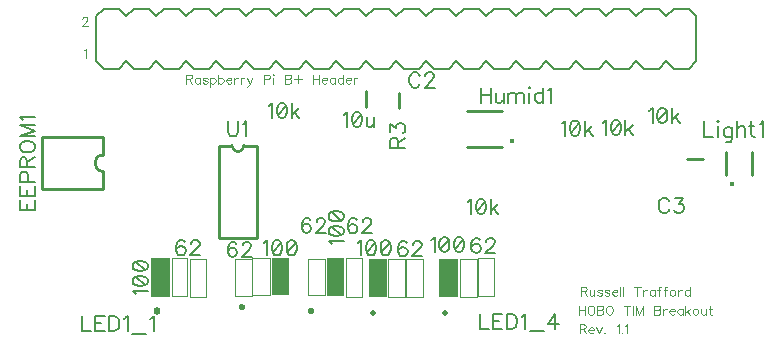
<source format=gto>
G04 DipTrace 3.0.0.2*
G04 hobo.gto*
%MOIN*%
G04 #@! TF.FileFunction,Legend,Top*
G04 #@! TF.Part,Single*
%ADD10C,0.009843*%
%ADD18O,0.023604X0.025751*%
%ADD19O,0.021458X0.020385*%
%ADD20O,0.023604X0.020386*%
%ADD21O,0.01824X0.019312*%
%ADD22O,0.018239X0.019312*%
%ADD23C,0.001312*%
%ADD27C,0.015422*%
%ADD30C,0.006*%
%ADD35C,0.015417*%
%ADD72C,0.00772*%
%ADD73C,0.004632*%
%FSLAX26Y26*%
G04*
G70*
G90*
G75*
G01*
G04 TopSilk*
%LPD*%
X1683622Y1205617D2*
D10*
Y1256759D1*
X2643501Y1036348D2*
X2694643D1*
X1572560Y1263022D2*
Y1211881D1*
X696062Y1109630D2*
X491340D1*
X696062Y936433D2*
X491340D1*
Y1109630D2*
Y936433D1*
X696062Y1109630D2*
Y1050602D1*
Y995461D2*
Y936433D1*
Y1050602D2*
G03X696062Y995461I15J-27571D01*
G01*
D27*
X2057125Y1096658D3*
X2026886Y1196408D2*
D10*
X1908802D1*
X2026886Y1078298D2*
X1908802D1*
X698228Y1537008D2*
D30*
X748228D1*
X773228Y1512008D1*
X798228Y1537008D1*
X848228D1*
X873228Y1512008D1*
X698228Y1537008D2*
X673228Y1512008D1*
X873228D2*
X898228Y1537008D1*
X948228D1*
X973228Y1512008D1*
X998228Y1537008D2*
X1048228D1*
X1073228Y1512008D1*
X1098228Y1537008D1*
X1148228D1*
X1173228Y1512008D1*
X998228Y1537008D2*
X973228Y1512008D1*
X1173228D2*
X1198228Y1537008D1*
X1248228D1*
X1273228Y1512008D1*
X773228Y1362008D2*
X748228Y1337008D1*
X873228Y1362008D2*
X848228Y1337008D1*
X798228D1*
X773228Y1362008D1*
X673228Y1512008D2*
Y1362008D1*
X698228Y1337008D1*
X748228D2*
X698228D1*
X973228Y1362008D2*
X948228Y1337008D1*
X898228D1*
X873228Y1362008D1*
X1073228D2*
X1048228Y1337008D1*
X1173228Y1362008D2*
X1148228Y1337008D1*
X1098228D1*
X1073228Y1362008D1*
X973228D2*
X998228Y1337008D1*
X1048228D2*
X998228D1*
X1273228Y1362008D2*
X1248228Y1337008D1*
X1198228D1*
X1173228Y1362008D1*
X1348228Y1537008D2*
X1373228Y1512008D1*
X1298228Y1537008D2*
X1348228D1*
X1273228Y1512008D2*
X1298228Y1537008D1*
Y1337008D2*
X1273228Y1362008D1*
X1348228Y1337008D2*
X1298228D1*
X1373228Y1362008D2*
X1348228Y1337008D1*
X1398228Y1537008D2*
X1448228D1*
X1473228Y1512008D1*
X1498228Y1537008D1*
X1548228D1*
X1573228Y1512008D1*
X1398228Y1537008D2*
X1373228Y1512008D1*
X1573228D2*
X1598228Y1537008D1*
X1648228D1*
X1673228Y1512008D1*
X1698228Y1537008D2*
X1748228D1*
X1773228Y1512008D1*
X1798228Y1537008D1*
X1848228D1*
X1873228Y1512008D1*
X1698228Y1537008D2*
X1673228Y1512008D1*
X1873228D2*
X1898228Y1537008D1*
X1948228D1*
X1973228Y1512008D1*
X1473228Y1362008D2*
X1448228Y1337008D1*
X1573228Y1362008D2*
X1548228Y1337008D1*
X1498228D1*
X1473228Y1362008D1*
X1373228D2*
X1398228Y1337008D1*
X1448228D2*
X1398228D1*
X1673228Y1362008D2*
X1648228Y1337008D1*
X1598228D1*
X1573228Y1362008D1*
X1773228D2*
X1748228Y1337008D1*
X1873228Y1362008D2*
X1848228Y1337008D1*
X1798228D1*
X1773228Y1362008D1*
X1673228D2*
X1698228Y1337008D1*
X1748228D2*
X1698228D1*
X1973228Y1362008D2*
X1948228Y1337008D1*
X1898228D1*
X1873228Y1362008D1*
X2048228Y1537008D2*
X2073228Y1512008D1*
X1998228Y1537008D2*
X2048228D1*
X1973228Y1512008D2*
X1998228Y1537008D1*
Y1337008D2*
X1973228Y1362008D1*
X2048228Y1337008D2*
X1998228D1*
X2073228Y1362008D2*
X2048228Y1337008D1*
X2098228Y1537008D2*
X2148228D1*
X2173228Y1512008D1*
X2198228Y1537008D1*
X2248228D1*
X2273228Y1512008D1*
X2098228Y1537008D2*
X2073228Y1512008D1*
X2273228D2*
X2298228Y1537008D1*
X2348228D1*
X2373228Y1512008D1*
X2398228Y1537008D2*
X2448228D1*
X2473228Y1512008D1*
X2498228Y1537008D1*
X2548228D1*
X2573228Y1512008D1*
X2398228Y1537008D2*
X2373228Y1512008D1*
X2573228D2*
X2598228Y1537008D1*
X2648228D1*
X2173228Y1362008D2*
X2148228Y1337008D1*
X2273228Y1362008D2*
X2248228Y1337008D1*
X2198228D1*
X2173228Y1362008D1*
X2073228D2*
X2098228Y1337008D1*
X2148228D2*
X2098228D1*
X2373228Y1362008D2*
X2348228Y1337008D1*
X2298228D1*
X2273228Y1362008D1*
X2473228D2*
X2448228Y1337008D1*
X2573228Y1362008D2*
X2548228Y1337008D1*
X2498228D1*
X2473228Y1362008D1*
X2373228D2*
X2398228Y1337008D1*
X2448228D2*
X2398228D1*
X2648228D2*
X2598228D1*
X2573228Y1362008D1*
X2673228Y1512008D2*
Y1362008D1*
X2648228Y1537008D2*
X2673228Y1512008D1*
Y1362008D2*
X2648228Y1337008D1*
D35*
X2792101Y952256D3*
X2860353Y982510D2*
D10*
Y1061284D1*
X2773739Y982510D2*
Y1061284D1*
X1082325Y1081442D2*
Y774322D1*
X1208297Y1081442D2*
Y774322D1*
X1082325D2*
X1208297D1*
X1082325Y1081442D2*
X1125622D1*
X1165000D2*
X1208297D1*
X1125622D2*
G03X1165000Y1081442I19689J2D01*
G01*
D18*
X876581Y529003D3*
D19*
X1159827Y544560D3*
D20*
X1387282Y529539D3*
D21*
X1597033Y524711D3*
D22*
X1836290Y523638D3*
G36*
X857016Y705877D2*
X918386D1*
Y576056D1*
X857016D1*
Y705877D1*
G37*
X924286D2*
D23*
X975034D1*
Y580777D1*
X924286D1*
Y705877D1*
X984476Y704697D2*
X1039945D1*
Y578417D1*
X984476D1*
Y704697D1*
X1134360D2*
X1191009D1*
Y580777D1*
X1134360D1*
Y704697D1*
X1193369Y708238D2*
X1252379D1*
Y581957D1*
X1193369D1*
Y708238D1*
G36*
X1258280D2*
X1314929D1*
Y581957D1*
X1258280D1*
Y708238D1*
G37*
G36*
X1441209D2*
X1497858D1*
Y580777D1*
X1441209D1*
Y708238D1*
G37*
G36*
X1582832Y704697D2*
X1641841D1*
Y578417D1*
X1582832D1*
Y704697D1*
G37*
G36*
X1816509D2*
X1880240D1*
Y578417D1*
X1816509D1*
Y704697D1*
G37*
X1378659D2*
D23*
X1435308D1*
Y581957D1*
X1378659D1*
Y704697D1*
X1503760Y705877D2*
X1559228D1*
Y578417D1*
X1503760D1*
Y705877D1*
X1645382Y704697D2*
X1703211D1*
Y578417D1*
X1645382D1*
Y704697D1*
X1704391D2*
X1762220D1*
Y578417D1*
X1704391D1*
Y704697D1*
X1883781D2*
X1940429D1*
Y578417D1*
X1883781D1*
Y704697D1*
X1946331Y705877D2*
X1999438D1*
Y580777D1*
X1946331D1*
Y705877D1*
X1752259Y1313417D2*
D72*
X1749882Y1318171D1*
X1745074Y1322979D1*
X1740320Y1325356D1*
X1730759D1*
X1725950Y1322979D1*
X1721197Y1318171D1*
X1718765Y1313417D1*
X1716389Y1306232D1*
Y1294239D1*
X1718765Y1287109D1*
X1721197Y1282301D1*
X1725950Y1277547D1*
X1730759Y1275116D1*
X1740320D1*
X1745074Y1277547D1*
X1749882Y1282301D1*
X1752259Y1287109D1*
X1770130Y1313362D2*
Y1315739D1*
X1772506Y1320547D1*
X1774883Y1322924D1*
X1779691Y1325300D1*
X1789253D1*
X1794006Y1322924D1*
X1796383Y1320547D1*
X1798815Y1315739D1*
Y1310986D1*
X1796383Y1306177D1*
X1791630Y1299047D1*
X1767698Y1275116D1*
X1801191D1*
X2583088Y895377D2*
X2580712Y900130D1*
X2575903Y904938D1*
X2571150Y907315D1*
X2561588D1*
X2556780Y904938D1*
X2552027Y900130D1*
X2549595Y895377D1*
X2547218Y888192D1*
Y876198D1*
X2549595Y869068D1*
X2552027Y864260D1*
X2556780Y859507D1*
X2561588Y857075D1*
X2571150D1*
X2575903Y859507D1*
X2580712Y864260D1*
X2583088Y869068D1*
X2603336Y907260D2*
X2629589D1*
X2615274Y888136D1*
X2622459D1*
X2627212Y885760D1*
X2629589Y883383D1*
X2632021Y876198D1*
Y871445D1*
X2629589Y864260D1*
X2624836Y859452D1*
X2617651Y857075D1*
X2610466D1*
X2603336Y859452D1*
X2600959Y861883D1*
X2598527Y866637D1*
X1497472Y1184490D2*
X1502281Y1186922D1*
X1509466Y1194052D1*
Y1143867D1*
X1539275Y1194052D2*
X1532090Y1191675D1*
X1527281Y1184490D1*
X1524905Y1172552D1*
Y1165367D1*
X1527281Y1153428D1*
X1532090Y1146243D1*
X1539275Y1143867D1*
X1544028D1*
X1551213Y1146243D1*
X1555966Y1153428D1*
X1558398Y1165367D1*
Y1172552D1*
X1555966Y1184490D1*
X1551213Y1191675D1*
X1544028Y1194052D1*
X1539275D1*
X1555966Y1184490D2*
X1527281Y1153428D1*
X1573837Y1177360D2*
Y1153428D1*
X1576214Y1146299D1*
X1581022Y1143867D1*
X1588207D1*
X1592961Y1146299D1*
X1600146Y1153428D1*
Y1177360D2*
Y1143867D1*
X418117Y898977D2*
Y867916D1*
X468357D1*
Y898977D1*
X442049Y867916D2*
Y887039D1*
X418117Y945478D2*
Y914416D1*
X468357D1*
Y945478D1*
X442049Y914416D2*
Y933540D1*
X444425Y960917D2*
Y982472D1*
X442049Y989602D1*
X439617Y992034D1*
X434864Y994410D1*
X427678D1*
X422925Y992034D1*
X420493Y989602D1*
X418117Y982472D1*
Y960917D1*
X468357D1*
X442049Y1009850D2*
Y1031350D1*
X439617Y1038535D1*
X437240Y1040966D1*
X432487Y1043343D1*
X427678D1*
X422925Y1040966D1*
X420493Y1038535D1*
X418117Y1031350D1*
Y1009850D1*
X468357D1*
X442049Y1026596D2*
X468357Y1043343D1*
X418117Y1073152D2*
X420493Y1068344D1*
X425302Y1063591D1*
X430055Y1061159D1*
X437240Y1058782D1*
X449234D1*
X456363Y1061159D1*
X461172Y1063591D1*
X465925Y1068344D1*
X468357Y1073152D1*
Y1082714D1*
X465925Y1087467D1*
X461172Y1092276D1*
X456363Y1094652D1*
X449234Y1097029D1*
X437240D1*
X430055Y1094652D1*
X425302Y1092276D1*
X420493Y1087467D1*
X418117Y1082714D1*
Y1073152D1*
X468357Y1150715D2*
X418117D1*
X468357Y1131591D1*
X418117Y1112468D1*
X468357D1*
X427734Y1166154D2*
X425302Y1170962D1*
X418172Y1178147D1*
X468357D1*
X1955205Y1274996D2*
Y1224756D1*
X1988699Y1274996D2*
Y1224756D1*
X1955205Y1251064D2*
X1988699D1*
X2004138Y1258249D2*
Y1234318D1*
X2006514Y1227188D1*
X2011323Y1224756D1*
X2018508D1*
X2023261Y1227188D1*
X2030446Y1234318D1*
Y1258249D2*
Y1224756D1*
X2045885Y1258249D2*
Y1224756D1*
Y1248688D2*
X2053070Y1255873D1*
X2057879Y1258249D1*
X2065009D1*
X2069817Y1255873D1*
X2072194Y1248688D1*
Y1224756D1*
Y1248688D2*
X2079379Y1255873D1*
X2084187Y1258249D1*
X2091317D1*
X2096125Y1255873D1*
X2098557Y1248688D1*
Y1224756D1*
X2113996Y1274996D2*
X2116373Y1272619D1*
X2118805Y1274996D1*
X2116373Y1277428D1*
X2113996Y1274996D1*
X2116373Y1258249D2*
Y1224756D1*
X2162929Y1274996D2*
Y1224756D1*
Y1251064D2*
X2158176Y1255873D1*
X2153367Y1258249D1*
X2146182D1*
X2141429Y1255873D1*
X2136621Y1251064D1*
X2134244Y1243879D1*
Y1239126D1*
X2136621Y1231941D1*
X2141429Y1227188D1*
X2146182Y1224756D1*
X2153367D1*
X2158176Y1227188D1*
X2162929Y1231941D1*
X2178368Y1265379D2*
X2183177Y1267811D1*
X2190362Y1274941D1*
Y1224756D1*
X625819Y513245D2*
Y463005D1*
X654504D1*
X701005Y513245D2*
X669944D1*
Y463005D1*
X701005D1*
X669944Y489314D2*
X689067D1*
X716444Y513245D2*
Y463005D1*
X733191D1*
X740376Y465437D1*
X745185Y470190D1*
X747561Y474999D1*
X749938Y482129D1*
Y494122D1*
X747561Y501307D1*
X745185Y506060D1*
X740376Y510869D1*
X733191Y513245D1*
X716444D1*
X765377Y503628D2*
X770185Y506060D1*
X777370Y513190D1*
Y463005D1*
X792810Y454715D2*
X838241D1*
X853680Y503628D2*
X858489Y506060D1*
X865674Y513190D1*
Y463005D1*
X1951740Y520743D2*
Y470503D1*
X1980424D1*
X2026925Y520743D2*
X1995864D1*
Y470503D1*
X2026925D1*
X1995864Y496811D2*
X2014987D1*
X2042364Y520743D2*
Y470503D1*
X2059111D1*
X2066296Y472935D1*
X2071105Y477688D1*
X2073481Y482496D1*
X2075858Y489626D1*
Y501620D1*
X2073481Y508805D1*
X2071105Y513558D1*
X2066296Y518366D1*
X2059111Y520743D1*
X2042364D1*
X2091297Y511126D2*
X2096105Y513558D1*
X2103290Y520687D1*
Y470503D1*
X2118730Y462212D2*
X2164161D1*
X2203532Y470503D2*
Y520687D1*
X2179601Y487249D1*
X2215470D1*
X2699616Y1162063D2*
Y1111823D1*
X2728301D1*
X2743740Y1162063D2*
X2746117Y1159686D1*
X2748549Y1162063D1*
X2746117Y1164495D1*
X2743740Y1162063D1*
X2746117Y1145316D2*
Y1111823D1*
X2792673Y1142940D2*
Y1104638D1*
X2790296Y1097508D1*
X2787920Y1095076D1*
X2783111Y1092700D1*
X2775926D1*
X2771173Y1095076D1*
X2792673Y1135755D2*
X2787920Y1140508D1*
X2783111Y1142940D1*
X2775926D1*
X2771173Y1140508D1*
X2766364Y1135755D1*
X2763988Y1128570D1*
Y1123761D1*
X2766364Y1116631D1*
X2771173Y1111823D1*
X2775926Y1109446D1*
X2783111D1*
X2787920Y1111823D1*
X2792673Y1116631D1*
X2808112Y1162063D2*
Y1111823D1*
Y1135755D2*
X2815297Y1142940D1*
X2820105Y1145316D1*
X2827290D1*
X2832044Y1142940D1*
X2834420Y1135755D1*
Y1111823D1*
X2857045Y1162063D2*
Y1121385D1*
X2859421Y1114255D1*
X2864230Y1111823D1*
X2868983D1*
X2849860Y1145316D2*
X2866606D1*
X2884422Y1152446D2*
X2889230Y1154878D1*
X2896415Y1162008D1*
Y1111823D1*
X1247423Y1213990D2*
X1252232Y1216421D1*
X1259417Y1223551D1*
Y1173366D1*
X1289226Y1223551D2*
X1282041Y1221175D1*
X1277232Y1213990D1*
X1274856Y1202051D1*
Y1194866D1*
X1277232Y1182928D1*
X1282041Y1175743D1*
X1289226Y1173366D1*
X1293979D1*
X1301164Y1175743D1*
X1305917Y1182928D1*
X1308349Y1194866D1*
Y1202051D1*
X1305917Y1213990D1*
X1301164Y1221175D1*
X1293979Y1223551D1*
X1289226D1*
X1305917Y1213990D2*
X1277232Y1182928D1*
X1323788Y1223606D2*
Y1173366D1*
X1347720Y1206860D2*
X1323788Y1182928D1*
X1333350Y1192490D2*
X1350097Y1173366D1*
X1677382Y1074828D2*
Y1096328D1*
X1674950Y1103513D1*
X1672573Y1105945D1*
X1667820Y1108321D1*
X1663012D1*
X1658259Y1105945D1*
X1655827Y1103513D1*
X1653450Y1096328D1*
Y1074828D1*
X1703690D1*
X1677382Y1091575D2*
X1703690Y1108321D1*
X1653505Y1128569D2*
Y1154822D1*
X1672629Y1140507D1*
Y1147692D1*
X1675005Y1152445D1*
X1677382Y1154822D1*
X1684567Y1157254D1*
X1689320D1*
X1696505Y1154822D1*
X1701314Y1150069D1*
X1703690Y1142884D1*
Y1135699D1*
X1701314Y1128569D1*
X1698882Y1126192D1*
X1694129Y1123760D1*
X1911015Y893848D2*
X1915823Y896280D1*
X1923008Y903410D1*
Y853225D1*
X1952818Y903410D2*
X1945633Y901033D1*
X1940824Y893848D1*
X1938448Y881910D1*
Y874725D1*
X1940824Y862787D1*
X1945633Y855602D1*
X1952818Y853225D1*
X1957571D1*
X1964756Y855602D1*
X1969509Y862787D1*
X1971941Y874725D1*
Y881910D1*
X1969509Y893848D1*
X1964756Y901033D1*
X1957571Y903410D1*
X1952818D1*
X1969509Y893848D2*
X1940824Y862787D1*
X1987380Y903465D2*
Y853225D1*
X2011312Y886719D2*
X1987380Y862787D1*
X1996942Y872348D2*
X2013689Y853225D1*
X2515434Y1197118D2*
X2520242Y1199550D1*
X2527427Y1206680D1*
Y1156495D1*
X2557236Y1206680D2*
X2550051Y1204303D1*
X2545243Y1197118D1*
X2542866Y1185180D1*
Y1177995D1*
X2545243Y1166057D1*
X2550051Y1158871D1*
X2557236Y1156495D1*
X2561990D1*
X2569175Y1158871D1*
X2573928Y1166057D1*
X2576360Y1177995D1*
Y1185180D1*
X2573928Y1197118D1*
X2569175Y1204303D1*
X2561990Y1206680D1*
X2557236D1*
X2573928Y1197118D2*
X2545243Y1166057D1*
X2591799Y1206735D2*
Y1156495D1*
X2615731Y1189988D2*
X2591799Y1166057D1*
X2601360Y1175618D2*
X2618107Y1156495D1*
X2360704Y1157408D2*
X2365512Y1159840D1*
X2372697Y1166970D1*
Y1116785D1*
X2402507Y1166970D2*
X2395322Y1164593D1*
X2390513Y1157408D1*
X2388137Y1145470D1*
Y1138285D1*
X2390513Y1126347D1*
X2395322Y1119161D1*
X2402507Y1116785D1*
X2407260D1*
X2414445Y1119161D1*
X2419198Y1126347D1*
X2421630Y1138285D1*
Y1145470D1*
X2419198Y1157408D1*
X2414445Y1164593D1*
X2407260Y1166970D1*
X2402507D1*
X2419198Y1157408D2*
X2390513Y1126347D1*
X2437069Y1167025D2*
Y1116785D1*
X2461001Y1150278D2*
X2437069Y1126347D1*
X2446631Y1135908D2*
X2463377Y1116785D1*
X2224650Y1155316D2*
X2229459Y1157748D1*
X2236644Y1164878D1*
Y1114693D1*
X2266453Y1164878D2*
X2259268Y1162501D1*
X2254459Y1155316D1*
X2252083Y1143378D1*
Y1136193D1*
X2254459Y1124255D1*
X2259268Y1117070D1*
X2266453Y1114693D1*
X2271206D1*
X2278391Y1117070D1*
X2283144Y1124255D1*
X2285576Y1136193D1*
Y1143378D1*
X2283144Y1155316D1*
X2278391Y1162501D1*
X2271206Y1164878D1*
X2266453D1*
X2283144Y1155316D2*
X2254459Y1124255D1*
X2301015Y1164933D2*
Y1114693D1*
X2324947Y1148186D2*
X2301015Y1124255D1*
X2310577Y1133816D2*
X2327324Y1114693D1*
X968579Y759022D2*
X966202Y763775D1*
X959017Y766152D1*
X954264D1*
X947079Y763775D1*
X942271Y756590D1*
X939894Y744652D1*
Y732714D1*
X942271Y723152D1*
X947079Y718344D1*
X954264Y715967D1*
X956641D1*
X963770Y718344D1*
X968579Y723152D1*
X970956Y730337D1*
Y732714D1*
X968579Y739899D1*
X963770Y744652D1*
X956641Y747029D1*
X954264D1*
X947079Y744652D1*
X942271Y739899D1*
X939894Y732714D1*
X988827Y754214D2*
Y756590D1*
X991203Y761399D1*
X993580Y763775D1*
X998388Y766152D1*
X1007950D1*
X1012703Y763775D1*
X1015080Y761399D1*
X1017512Y756590D1*
Y751837D1*
X1015080Y747029D1*
X1010326Y739899D1*
X986395Y715967D1*
X1019888D1*
X1540974Y831980D2*
X1538597Y836733D1*
X1531412Y839110D1*
X1526659D1*
X1519474Y836733D1*
X1514666Y829548D1*
X1512289Y817610D1*
Y805672D1*
X1514666Y796110D1*
X1519474Y791302D1*
X1526659Y788925D1*
X1529036D1*
X1536165Y791302D1*
X1540974Y796110D1*
X1543351Y803295D1*
Y805672D1*
X1540974Y812857D1*
X1536165Y817610D1*
X1529036Y819987D1*
X1526659D1*
X1519474Y817610D1*
X1514666Y812857D1*
X1512289Y805672D1*
X1561222Y827172D2*
Y829548D1*
X1563598Y834357D1*
X1565975Y836733D1*
X1570783Y839110D1*
X1580345D1*
X1585098Y836733D1*
X1587475Y834357D1*
X1589907Y829548D1*
Y824795D1*
X1587475Y819987D1*
X1582721Y812857D1*
X1558790Y788925D1*
X1592283D1*
X1952370Y766504D2*
X1949994Y771257D1*
X1942809Y773634D1*
X1938055D1*
X1930870Y771257D1*
X1926062Y764072D1*
X1923685Y752134D1*
Y740196D1*
X1926062Y730634D1*
X1930870Y725826D1*
X1938055Y723449D1*
X1940432D1*
X1947562Y725826D1*
X1952370Y730634D1*
X1954747Y737819D1*
Y740196D1*
X1952370Y747381D1*
X1947562Y752134D1*
X1940432Y754510D1*
X1938055D1*
X1930870Y752134D1*
X1926062Y747381D1*
X1923685Y740196D1*
X1972618Y761695D2*
Y764072D1*
X1974995Y768881D1*
X1977371Y771257D1*
X1982180Y773634D1*
X1991741D1*
X1996494Y771257D1*
X1998871Y768881D1*
X2001303Y764072D1*
Y759319D1*
X1998871Y754510D1*
X1994118Y747381D1*
X1970186Y723449D1*
X2003679D1*
X1386903Y833024D2*
X1384526Y837777D1*
X1377341Y840153D1*
X1372588D1*
X1365403Y837777D1*
X1360595Y830592D1*
X1358218Y818654D1*
Y806715D1*
X1360595Y797154D1*
X1365403Y792345D1*
X1372588Y789969D1*
X1374965D1*
X1382095Y792345D1*
X1386903Y797154D1*
X1389280Y804339D1*
Y806715D1*
X1386903Y813900D1*
X1382095Y818654D1*
X1374965Y821030D1*
X1372588D1*
X1365403Y818654D1*
X1360595Y813900D1*
X1358218Y806715D1*
X1407151Y828215D2*
Y830592D1*
X1409527Y835400D1*
X1411904Y837777D1*
X1416712Y840153D1*
X1426274D1*
X1431027Y837777D1*
X1433404Y835400D1*
X1435836Y830592D1*
Y825839D1*
X1433404Y821030D1*
X1428651Y813900D1*
X1404719Y789969D1*
X1438212D1*
X1140315Y753659D2*
X1137939Y758412D1*
X1130754Y760789D1*
X1126000D1*
X1118815Y758412D1*
X1114007Y751227D1*
X1111630Y739289D1*
Y727350D1*
X1114007Y717789D1*
X1118815Y712980D1*
X1126000Y710604D1*
X1128377D1*
X1135507Y712980D1*
X1140315Y717789D1*
X1142692Y724974D1*
Y727350D1*
X1140315Y734536D1*
X1135507Y739289D1*
X1128377Y741665D1*
X1126000D1*
X1118815Y739289D1*
X1114007Y734536D1*
X1111630Y727350D1*
X1160563Y748850D2*
Y751227D1*
X1162939Y756035D1*
X1165316Y758412D1*
X1170124Y760789D1*
X1179686D1*
X1184439Y758412D1*
X1186816Y756035D1*
X1189248Y751227D1*
Y746474D1*
X1186816Y741665D1*
X1182063Y734536D1*
X1158131Y710604D1*
X1191624D1*
X1708327Y755804D2*
X1705950Y760558D1*
X1698765Y762934D1*
X1694012D1*
X1686827Y760558D1*
X1682019Y753373D1*
X1679642Y741434D1*
Y729496D1*
X1682019Y719935D1*
X1686827Y715126D1*
X1694012Y712749D1*
X1696389D1*
X1703519Y715126D1*
X1708327Y719935D1*
X1710704Y727120D1*
Y729496D1*
X1708327Y736681D1*
X1703519Y741434D1*
X1696389Y743811D1*
X1694012D1*
X1686827Y741434D1*
X1682019Y736681D1*
X1679642Y729496D1*
X1728575Y750996D2*
Y753373D1*
X1730951Y758181D1*
X1733328Y760558D1*
X1738136Y762934D1*
X1747698D1*
X1752451Y760558D1*
X1754828Y758181D1*
X1757260Y753373D1*
Y748619D1*
X1754828Y743811D1*
X1750075Y736681D1*
X1726143Y712749D1*
X1759636D1*
X804172Y586556D2*
X801740Y591365D1*
X794610Y598550D1*
X844795D1*
X794610Y628359D2*
X796987Y621174D1*
X804172Y616366D1*
X816110Y613989D1*
X823295D1*
X835234Y616366D1*
X842419Y621174D1*
X844795Y628359D1*
Y633112D1*
X842419Y640297D1*
X835234Y645050D1*
X823295Y647482D1*
X816110D1*
X804172Y645051D1*
X796987Y640297D1*
X794610Y633112D1*
Y628359D1*
X804172Y645051D2*
X835234Y616366D1*
X794610Y677292D2*
X796987Y670107D1*
X804172Y665298D1*
X816110Y662922D1*
X823295D1*
X835234Y665298D1*
X842419Y670107D1*
X844795Y677292D1*
Y682045D1*
X842419Y689230D1*
X835234Y693983D1*
X823295Y696415D1*
X816110D1*
X804172Y693983D1*
X796987Y689230D1*
X794610Y682045D1*
Y677292D1*
X804172Y693983D2*
X835234Y665298D1*
X1457294Y752856D2*
X1454862Y757664D1*
X1447732Y764849D1*
X1497917D1*
X1447733Y794658D2*
X1450109Y787473D1*
X1457294Y782665D1*
X1469232Y780288D1*
X1476417D1*
X1488356Y782665D1*
X1495541Y787473D1*
X1497917Y794658D1*
Y799411D1*
X1495541Y806597D1*
X1488356Y811350D1*
X1476417Y813782D1*
X1469232D1*
X1457294Y811350D1*
X1450109Y806597D1*
X1447733Y799412D1*
Y794658D1*
X1457294Y811350D2*
X1488356Y782665D1*
X1447733Y843591D2*
X1450109Y836406D1*
X1457294Y831597D1*
X1469232Y829221D1*
X1476417D1*
X1488356Y831597D1*
X1495541Y836406D1*
X1497917Y843591D1*
Y848344D1*
X1495541Y855529D1*
X1488356Y860282D1*
X1476417Y862714D1*
X1469232D1*
X1457294Y860282D1*
X1450109Y855529D1*
X1447733Y848344D1*
Y843591D1*
X1457294Y860282D2*
X1488356Y831597D1*
X1231075Y756590D2*
X1235883Y759022D1*
X1243068Y766152D1*
Y715967D1*
X1272877Y766152D2*
X1265692Y763775D1*
X1260884Y756590D1*
X1258507Y744652D1*
Y737467D1*
X1260884Y725529D1*
X1265692Y718344D1*
X1272877Y715967D1*
X1277631D1*
X1284816Y718344D1*
X1289569Y725529D1*
X1292001Y737467D1*
Y744652D1*
X1289569Y756590D1*
X1284816Y763775D1*
X1277631Y766152D1*
X1272877D1*
X1289569Y756590D2*
X1260884Y725529D1*
X1321810Y766152D2*
X1314625Y763775D1*
X1309817Y756590D1*
X1307440Y744652D1*
Y737467D1*
X1309817Y725529D1*
X1314625Y718344D1*
X1321810Y715967D1*
X1326563D1*
X1333748Y718344D1*
X1338501Y725529D1*
X1340933Y737467D1*
Y744652D1*
X1338501Y756590D1*
X1333748Y763775D1*
X1326563Y766152D1*
X1321810D1*
X1338501Y756590D2*
X1309817Y725529D1*
X1789131Y767291D2*
X1793939Y769723D1*
X1801125Y776853D1*
Y726668D1*
X1830934Y776853D2*
X1823749Y774476D1*
X1818940Y767291D1*
X1816564Y755353D1*
Y748168D1*
X1818940Y736230D1*
X1823749Y729045D1*
X1830934Y726668D1*
X1835687D1*
X1842872Y729045D1*
X1847625Y736230D1*
X1850057Y748168D1*
Y755353D1*
X1847625Y767291D1*
X1842872Y774476D1*
X1835687Y776853D1*
X1830934D1*
X1847625Y767291D2*
X1818940Y736230D1*
X1879866Y776853D2*
X1872681Y774476D1*
X1867873Y767291D1*
X1865496Y755353D1*
Y748168D1*
X1867873Y736230D1*
X1872681Y729045D1*
X1879866Y726668D1*
X1884620D1*
X1891805Y729045D1*
X1896558Y736230D1*
X1898990Y748168D1*
Y755353D1*
X1896558Y767291D1*
X1891805Y774476D1*
X1884620Y776853D1*
X1879866D1*
X1896558Y767291D2*
X1867873Y736230D1*
X1544274Y756590D2*
X1549083Y759022D1*
X1556268Y766152D1*
Y715967D1*
X1586077Y766152D2*
X1578892Y763775D1*
X1574083Y756590D1*
X1571707Y744652D1*
Y737467D1*
X1574083Y725529D1*
X1578892Y718344D1*
X1586077Y715967D1*
X1590830D1*
X1598015Y718344D1*
X1602768Y725529D1*
X1605200Y737467D1*
Y744652D1*
X1602768Y756590D1*
X1598015Y763775D1*
X1590830Y766152D1*
X1586077D1*
X1602768Y756590D2*
X1574083Y725529D1*
X1635009Y766152D2*
X1627824Y763775D1*
X1623016Y756590D1*
X1620639Y744652D1*
Y737467D1*
X1623016Y725529D1*
X1627824Y718344D1*
X1635009Y715967D1*
X1639763D1*
X1646948Y718344D1*
X1651701Y725529D1*
X1654133Y737467D1*
Y744652D1*
X1651701Y756590D1*
X1646948Y763775D1*
X1639763Y766152D1*
X1635009D1*
X1651701Y756590D2*
X1623016Y725529D1*
X1111956Y1162283D2*
Y1126413D1*
X1114332Y1119228D1*
X1119141Y1114475D1*
X1126326Y1112043D1*
X1131079D1*
X1138264Y1114475D1*
X1143072Y1119228D1*
X1145449Y1126413D1*
Y1162283D1*
X1160888Y1152666D2*
X1165697Y1155098D1*
X1172882Y1162228D1*
Y1112043D1*
X2288322Y596483D2*
D73*
X2301222D1*
X2305533Y597942D1*
X2306992Y599368D1*
X2308418Y602220D1*
Y605105D1*
X2306992Y607957D1*
X2305533Y609416D1*
X2301222Y610842D1*
X2288322D1*
Y580698D1*
X2298370Y596483D2*
X2308418Y580698D1*
X2317682Y600794D2*
Y586435D1*
X2319108Y582157D1*
X2321993Y580698D1*
X2326304D1*
X2329156Y582157D1*
X2333467Y586435D1*
Y600794D2*
Y580698D1*
X2358516Y596483D2*
X2357090Y599368D1*
X2352779Y600794D1*
X2348468D1*
X2344156Y599368D1*
X2342731Y596483D1*
X2344156Y593631D1*
X2347042Y592172D1*
X2354204Y590746D1*
X2357090Y589320D1*
X2358516Y586435D1*
Y585009D1*
X2357090Y582157D1*
X2352779Y580698D1*
X2348468D1*
X2344156Y582157D1*
X2342731Y585009D1*
X2383564Y596483D2*
X2382138Y599368D1*
X2377827Y600794D1*
X2373516D1*
X2369205Y599368D1*
X2367779Y596483D1*
X2369205Y593631D1*
X2372090Y592172D1*
X2379253Y590746D1*
X2382138Y589320D1*
X2383564Y586435D1*
Y585009D1*
X2382138Y582157D1*
X2377827Y580698D1*
X2373516D1*
X2369205Y582157D1*
X2367779Y585009D1*
X2392828Y592172D2*
X2410039D1*
Y595057D1*
X2408613Y597942D1*
X2407187Y599368D1*
X2404302Y600794D1*
X2399991D1*
X2397139Y599368D1*
X2394254Y596483D1*
X2392828Y592172D1*
Y589320D1*
X2394254Y585009D1*
X2397139Y582157D1*
X2399991Y580698D1*
X2404302D1*
X2407187Y582157D1*
X2410039Y585009D1*
X2419302Y610842D2*
Y580698D1*
X2428566Y610842D2*
Y580698D1*
X2477038Y610842D2*
Y580698D1*
X2466990Y610842D2*
X2487086D1*
X2496349Y600794D2*
Y580698D1*
Y592172D2*
X2497808Y596483D1*
X2500660Y599368D1*
X2503545Y600794D1*
X2507856D1*
X2534331D2*
Y580698D1*
Y596483D2*
X2531479Y599368D1*
X2528594Y600794D1*
X2524316D1*
X2521431Y599368D1*
X2518579Y596483D1*
X2517120Y592172D1*
Y589320D1*
X2518579Y585009D1*
X2521431Y582157D1*
X2524316Y580698D1*
X2528594D1*
X2531479Y582157D1*
X2534331Y585009D1*
X2555068Y610842D2*
X2552216D1*
X2549331Y609416D1*
X2547905Y605105D1*
Y580698D1*
X2543594Y600794D2*
X2553642D1*
X2575806Y610842D2*
X2572954D1*
X2570069Y609416D1*
X2568643Y605105D1*
Y580698D1*
X2564332Y600794D2*
X2574380D1*
X2592232D2*
X2589380Y599368D1*
X2586495Y596483D1*
X2585069Y592172D1*
Y589320D1*
X2586495Y585009D1*
X2589380Y582157D1*
X2592232Y580698D1*
X2596543D1*
X2599428Y582157D1*
X2602280Y585009D1*
X2603739Y589320D1*
Y592172D1*
X2602280Y596483D1*
X2599428Y599368D1*
X2596543Y600794D1*
X2592232D1*
X2613003D2*
Y580698D1*
Y592172D2*
X2614462Y596483D1*
X2617314Y599368D1*
X2620199Y600794D1*
X2624510D1*
X2650985Y610842D2*
Y580698D1*
Y596483D2*
X2648133Y599368D1*
X2645248Y600794D1*
X2640937D1*
X2638085Y599368D1*
X2635200Y596483D1*
X2633774Y592172D1*
Y589320D1*
X2635200Y585009D1*
X2638085Y582157D1*
X2640937Y580698D1*
X2645248D1*
X2648133Y582157D1*
X2650985Y585009D1*
X2281182Y548342D2*
Y518198D1*
X2301278Y548342D2*
Y518198D1*
X2281182Y533983D2*
X2301278D1*
X2319164Y548342D2*
X2316279Y546916D1*
X2313427Y544031D1*
X2311968Y541179D1*
X2310542Y536868D1*
Y529672D1*
X2311968Y525394D1*
X2313427Y522509D1*
X2316279Y519657D1*
X2319164Y518198D1*
X2324901D1*
X2327753Y519657D1*
X2330638Y522509D1*
X2332064Y525394D1*
X2333489Y529672D1*
Y536868D1*
X2332064Y541179D1*
X2330638Y544031D1*
X2327753Y546916D1*
X2324901Y548342D1*
X2319164D1*
X2342753D2*
Y518198D1*
X2355686D1*
X2359997Y519657D1*
X2361423Y521083D1*
X2362849Y523935D1*
Y528246D1*
X2361423Y531131D1*
X2359997Y532557D1*
X2355686Y533983D1*
X2359997Y535442D1*
X2361423Y536868D1*
X2362849Y539720D1*
Y542605D1*
X2361423Y545457D1*
X2359997Y546916D1*
X2355686Y548342D1*
X2342753D1*
Y533983D2*
X2355686D1*
X2380735Y548342D2*
X2377850Y546916D1*
X2374998Y544031D1*
X2373539Y541179D1*
X2372113Y536868D1*
Y529672D1*
X2373539Y525394D1*
X2374998Y522509D1*
X2377850Y519657D1*
X2380735Y518198D1*
X2386472D1*
X2389324Y519657D1*
X2392209Y522509D1*
X2393635Y525394D1*
X2395060Y529672D1*
Y536868D1*
X2393635Y541179D1*
X2392209Y544031D1*
X2389324Y546916D1*
X2386472Y548342D1*
X2380735D1*
X2443533D2*
Y518198D1*
X2433485Y548342D2*
X2453581D1*
X2462844D2*
Y518198D1*
X2495056D2*
Y548342D1*
X2483582Y518198D1*
X2472108Y548342D1*
Y518198D1*
X2533480Y548342D2*
Y518198D1*
X2546413D1*
X2550724Y519657D1*
X2552150Y521083D1*
X2553576Y523935D1*
Y528246D1*
X2552150Y531131D1*
X2550724Y532557D1*
X2546413Y533983D1*
X2550724Y535442D1*
X2552150Y536868D1*
X2553576Y539720D1*
Y542605D1*
X2552150Y545457D1*
X2550724Y546916D1*
X2546413Y548342D1*
X2533480D1*
Y533983D2*
X2546413D1*
X2562839Y538294D2*
Y518198D1*
Y529672D2*
X2564298Y533983D1*
X2567150Y536868D1*
X2570035Y538294D1*
X2574346D1*
X2583610Y529672D2*
X2600821D1*
Y532557D1*
X2599395Y535442D1*
X2597969Y536868D1*
X2595084Y538294D1*
X2590773D1*
X2587921Y536868D1*
X2585036Y533983D1*
X2583610Y529672D1*
Y526820D1*
X2585036Y522509D1*
X2587921Y519657D1*
X2590773Y518198D1*
X2595084D1*
X2597969Y519657D1*
X2600821Y522509D1*
X2627295Y538294D2*
Y518198D1*
Y533983D2*
X2624443Y536868D1*
X2621558Y538294D1*
X2617281D1*
X2614395Y536868D1*
X2611544Y533983D1*
X2610084Y529672D1*
Y526820D1*
X2611544Y522509D1*
X2614395Y519657D1*
X2617281Y518198D1*
X2621558D1*
X2624443Y519657D1*
X2627295Y522509D1*
X2636559Y548342D2*
Y518198D1*
X2650918Y538294D2*
X2636559Y523935D1*
X2642296Y529672D2*
X2652344Y518198D1*
X2668770Y538294D2*
X2665918Y536868D1*
X2663033Y533983D1*
X2661607Y529672D1*
Y526820D1*
X2663033Y522509D1*
X2665918Y519657D1*
X2668770Y518198D1*
X2673081D1*
X2675966Y519657D1*
X2678818Y522509D1*
X2680278Y526820D1*
Y529672D1*
X2678818Y533983D1*
X2675966Y536868D1*
X2673081Y538294D1*
X2668770D1*
X2689541D2*
Y523935D1*
X2690967Y519657D1*
X2693852Y518198D1*
X2698163D1*
X2701015Y519657D1*
X2705326Y523935D1*
Y538294D2*
Y518198D1*
X2718901Y548342D2*
Y523935D1*
X2720327Y519657D1*
X2723212Y518198D1*
X2726064D1*
X2714590Y538294D2*
X2724638D1*
X2284038Y471483D2*
X2296938D1*
X2301249Y472942D1*
X2302708Y474368D1*
X2304134Y477220D1*
Y480105D1*
X2302708Y482957D1*
X2301249Y484416D1*
X2296938Y485842D1*
X2284038D1*
Y455698D1*
X2294086Y471483D2*
X2304134Y455698D1*
X2313397Y467172D2*
X2330608D1*
Y470057D1*
X2329182Y472942D1*
X2327756Y474368D1*
X2324871Y475794D1*
X2320560D1*
X2317708Y474368D1*
X2314823Y471483D1*
X2313397Y467172D1*
Y464320D1*
X2314823Y460009D1*
X2317708Y457157D1*
X2320560Y455698D1*
X2324871D1*
X2327756Y457157D1*
X2330608Y460009D1*
X2339872Y475794D2*
X2348494Y455698D1*
X2357083Y475794D1*
X2367772Y458583D2*
X2366346Y457124D1*
X2367772Y455698D1*
X2369231Y457124D1*
X2367772Y458583D1*
X2407655Y480072D2*
X2410540Y481531D1*
X2414851Y485809D1*
Y455698D1*
X2425541Y458583D2*
X2424115Y457124D1*
X2425541Y455698D1*
X2427000Y457124D1*
X2425541Y458583D1*
X2436264Y480072D2*
X2439149Y481531D1*
X2443460Y485809D1*
Y455698D1*
X972665Y1303993D2*
X985565D1*
X989876Y1305452D1*
X991335Y1306878D1*
X992761Y1309730D1*
Y1312615D1*
X991335Y1315467D1*
X989876Y1316926D1*
X985565Y1318352D1*
X972665D1*
Y1288208D1*
X982713Y1303993D2*
X992761Y1288208D1*
X1019235Y1308304D2*
Y1288208D1*
Y1303993D2*
X1016384Y1306878D1*
X1013498Y1308304D1*
X1009221D1*
X1006336Y1306878D1*
X1003484Y1303993D1*
X1002025Y1299682D1*
Y1296830D1*
X1003484Y1292519D1*
X1006336Y1289667D1*
X1009221Y1288208D1*
X1013498D1*
X1016384Y1289667D1*
X1019235Y1292519D1*
X1044284Y1303993D2*
X1042858Y1306878D1*
X1038547Y1308304D1*
X1034236D1*
X1029925Y1306878D1*
X1028499Y1303993D1*
X1029925Y1301141D1*
X1032810Y1299682D1*
X1039973Y1298256D1*
X1042858Y1296830D1*
X1044284Y1293945D1*
Y1292519D1*
X1042858Y1289667D1*
X1038547Y1288208D1*
X1034236D1*
X1029925Y1289667D1*
X1028499Y1292519D1*
X1053548Y1308304D2*
Y1278160D1*
Y1303993D2*
X1056433Y1306845D1*
X1059285Y1308304D1*
X1063596D1*
X1066481Y1306845D1*
X1069333Y1303993D1*
X1070792Y1299682D1*
Y1296797D1*
X1069333Y1292519D1*
X1066481Y1289634D1*
X1063596Y1288208D1*
X1059285D1*
X1056433Y1289634D1*
X1053548Y1292519D1*
X1080055Y1318352D2*
Y1288208D1*
Y1303993D2*
X1082940Y1306878D1*
X1085792Y1308304D1*
X1090103D1*
X1092955Y1306878D1*
X1095840Y1303993D1*
X1097266Y1299682D1*
Y1296830D1*
X1095840Y1292519D1*
X1092955Y1289667D1*
X1090103Y1288208D1*
X1085792D1*
X1082940Y1289667D1*
X1080055Y1292519D1*
X1106530Y1299682D2*
X1123741D1*
Y1302567D1*
X1122315Y1305452D1*
X1120889Y1306878D1*
X1118004Y1308304D1*
X1113693D1*
X1110841Y1306878D1*
X1107956Y1303993D1*
X1106530Y1299682D1*
Y1296830D1*
X1107956Y1292519D1*
X1110841Y1289667D1*
X1113693Y1288208D1*
X1118004D1*
X1120889Y1289667D1*
X1123741Y1292519D1*
X1133004Y1308304D2*
Y1288208D1*
Y1299682D2*
X1134463Y1303993D1*
X1137315Y1306878D1*
X1140200Y1308304D1*
X1144511D1*
X1153775D2*
Y1288208D1*
Y1299682D2*
X1155234Y1303993D1*
X1158086Y1306878D1*
X1160971Y1308304D1*
X1165282D1*
X1176005D2*
X1184593Y1288208D1*
X1181742Y1282471D1*
X1178856Y1279586D1*
X1176005Y1278160D1*
X1174545D1*
X1193216Y1308304D2*
X1184593Y1288208D1*
X1231640Y1302567D2*
X1244573D1*
X1248851Y1303993D1*
X1250310Y1305452D1*
X1251736Y1308304D1*
Y1312615D1*
X1250310Y1315467D1*
X1248851Y1316926D1*
X1244573Y1318352D1*
X1231640D1*
Y1288208D1*
X1260999Y1318352D2*
X1262425Y1316926D1*
X1263884Y1318352D1*
X1262425Y1319811D1*
X1260999Y1318352D1*
X1262425Y1308304D2*
Y1288208D1*
X1302308Y1318352D2*
Y1288208D1*
X1315241D1*
X1319552Y1289667D1*
X1320978Y1291093D1*
X1322404Y1293945D1*
Y1298256D1*
X1320978Y1301141D1*
X1319552Y1302567D1*
X1315241Y1303993D1*
X1319552Y1305452D1*
X1320978Y1306878D1*
X1322404Y1309730D1*
Y1312615D1*
X1320978Y1315467D1*
X1319552Y1316926D1*
X1315241Y1318352D1*
X1302308D1*
Y1303993D2*
X1315241D1*
X1344568Y1316180D2*
Y1290347D1*
X1331668Y1303247D2*
X1357501D1*
X1395925Y1318352D2*
Y1288208D1*
X1416021Y1318352D2*
Y1288208D1*
X1395925Y1303993D2*
X1416021D1*
X1425285Y1299682D2*
X1442496D1*
Y1302567D1*
X1441070Y1305452D1*
X1439644Y1306878D1*
X1436759Y1308304D1*
X1432448D1*
X1429596Y1306878D1*
X1426711Y1303993D1*
X1425285Y1299682D1*
Y1296830D1*
X1426711Y1292519D1*
X1429596Y1289667D1*
X1432448Y1288208D1*
X1436759D1*
X1439644Y1289667D1*
X1442496Y1292519D1*
X1468970Y1308304D2*
Y1288208D1*
Y1303993D2*
X1466118Y1306878D1*
X1463233Y1308304D1*
X1458955D1*
X1456070Y1306878D1*
X1453218Y1303993D1*
X1451759Y1299682D1*
Y1296830D1*
X1453218Y1292519D1*
X1456070Y1289667D1*
X1458955Y1288208D1*
X1463233D1*
X1466118Y1289667D1*
X1468970Y1292519D1*
X1495444Y1318352D2*
Y1288208D1*
Y1303993D2*
X1492593Y1306878D1*
X1489708Y1308304D1*
X1485396D1*
X1482545Y1306878D1*
X1479660Y1303993D1*
X1478234Y1299682D1*
Y1296830D1*
X1479660Y1292519D1*
X1482545Y1289667D1*
X1485396Y1288208D1*
X1489708D1*
X1492593Y1289667D1*
X1495444Y1292519D1*
X1504708Y1299682D2*
X1521919D1*
Y1302567D1*
X1520493Y1305452D1*
X1519067Y1306878D1*
X1516182Y1308304D1*
X1511871D1*
X1509019Y1306878D1*
X1506134Y1303993D1*
X1504708Y1299682D1*
Y1296830D1*
X1506134Y1292519D1*
X1509019Y1289667D1*
X1511871Y1288208D1*
X1516182D1*
X1519067Y1289667D1*
X1521919Y1292519D1*
X1531183Y1308304D2*
Y1288208D1*
Y1299682D2*
X1532642Y1303993D1*
X1535494Y1306878D1*
X1538379Y1308304D1*
X1542690D1*
X631200Y1398821D2*
X634085Y1400280D1*
X638396Y1404558D1*
Y1374447D1*
X626410Y1503646D2*
Y1505072D1*
X627836Y1507957D1*
X629262Y1509383D1*
X632147Y1510809D1*
X637884D1*
X640736Y1509383D1*
X642162Y1507957D1*
X643621Y1505072D1*
Y1502220D1*
X642162Y1499335D1*
X639310Y1495057D1*
X624951Y1480698D1*
X645047D1*
M02*

</source>
